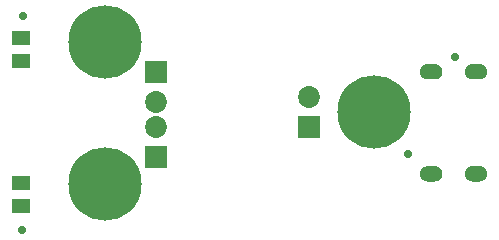
<source format=gbr>
G04*
G04 #@! TF.GenerationSoftware,Altium Limited,Altium Designer,23.0.1 (38)*
G04*
G04 Layer_Color=16711935*
%FSLAX43Y43*%
%MOMM*%
G71*
G04*
G04 #@! TF.SameCoordinates,0C8224BD-781C-42A6-9A02-31E2BED0DC02*
G04*
G04*
G04 #@! TF.FilePolarity,Negative*
G04*
G01*
G75*
%ADD23C,6.203*%
%ADD24R,1.854X1.854*%
%ADD25C,1.854*%
%ADD26C,0.711*%
%ADD36R,1.553X1.253*%
G36*
X120638Y96425D02*
X120641Y96459D01*
X120645Y96493D01*
X120651Y96526D01*
X120659Y96559D01*
X120669Y96592D01*
X120680Y96624D01*
X120693Y96655D01*
X120708Y96686D01*
X120724Y96716D01*
X120742Y96745D01*
X120761Y96773D01*
X120782Y96800D01*
X120804Y96826D01*
X120827Y96851D01*
X120852Y96874D01*
X120878Y96896D01*
X120905Y96917D01*
X120933Y96936D01*
X120962Y96954D01*
X120992Y96970D01*
X121023Y96985D01*
X121054Y96998D01*
X121086Y97009D01*
X121119Y97019D01*
X121152Y97027D01*
X121185Y97033D01*
X121219Y97037D01*
X121253Y97040D01*
X121287Y97041D01*
X121887D01*
X121921Y97040D01*
X121955Y97037D01*
X121989Y97033D01*
X122022Y97027D01*
X122055Y97019D01*
X122088Y97009D01*
X122120Y96998D01*
X122151Y96985D01*
X122182Y96970D01*
X122212Y96954D01*
X122241Y96936D01*
X122269Y96917D01*
X122296Y96896D01*
X122322Y96874D01*
X122347Y96851D01*
X122370Y96826D01*
X122392Y96800D01*
X122413Y96773D01*
X122432Y96745D01*
X122450Y96716D01*
X122466Y96686D01*
X122481Y96655D01*
X122494Y96624D01*
X122505Y96592D01*
X122515Y96559D01*
X122523Y96526D01*
X122529Y96493D01*
X122533Y96459D01*
X122536Y96425D01*
X122537Y96391D01*
X122536Y96357D01*
X122533Y96323D01*
X122529Y96289D01*
X122523Y96256D01*
X122515Y96223D01*
X122505Y96190D01*
X122494Y96158D01*
X122481Y96127D01*
X122466Y96096D01*
X122450Y96066D01*
X122432Y96037D01*
X122413Y96009D01*
X122392Y95982D01*
X122370Y95956D01*
X122347Y95931D01*
X122322Y95908D01*
X122296Y95886D01*
X122269Y95865D01*
X122241Y95846D01*
X122212Y95828D01*
X122182Y95812D01*
X122151Y95797D01*
X122120Y95784D01*
X122088Y95773D01*
X122055Y95763D01*
X122022Y95755D01*
X121989Y95749D01*
X121955Y95745D01*
X121921Y95742D01*
X121887Y95741D01*
X121287D01*
X121253Y95742D01*
X121219Y95745D01*
X121185Y95749D01*
X121152Y95755D01*
X121119Y95763D01*
X121086Y95773D01*
X121054Y95784D01*
X121023Y95797D01*
X120992Y95812D01*
X120962Y95828D01*
X120933Y95846D01*
X120905Y95865D01*
X120878Y95886D01*
X120852Y95908D01*
X120827Y95931D01*
X120804Y95956D01*
X120782Y95982D01*
X120761Y96009D01*
X120742Y96037D01*
X120724Y96066D01*
X120708Y96096D01*
X120693Y96127D01*
X120680Y96158D01*
X120669Y96190D01*
X120659Y96223D01*
X120651Y96256D01*
X120645Y96289D01*
X120641Y96323D01*
X120638Y96357D01*
X120637Y96391D01*
X120638Y96425D01*
D02*
G37*
G36*
X124438D02*
X124441Y96459D01*
X124445Y96493D01*
X124451Y96526D01*
X124459Y96559D01*
X124469Y96592D01*
X124480Y96624D01*
X124493Y96655D01*
X124508Y96686D01*
X124524Y96716D01*
X124542Y96745D01*
X124561Y96773D01*
X124582Y96800D01*
X124604Y96826D01*
X124627Y96851D01*
X124652Y96874D01*
X124678Y96896D01*
X124705Y96917D01*
X124733Y96936D01*
X124762Y96954D01*
X124792Y96970D01*
X124823Y96985D01*
X124854Y96998D01*
X124886Y97009D01*
X124919Y97019D01*
X124952Y97027D01*
X124985Y97033D01*
X125019Y97037D01*
X125053Y97040D01*
X125087Y97041D01*
X125687D01*
X125721Y97040D01*
X125755Y97037D01*
X125789Y97033D01*
X125822Y97027D01*
X125855Y97019D01*
X125888Y97009D01*
X125920Y96998D01*
X125951Y96985D01*
X125982Y96970D01*
X126012Y96954D01*
X126041Y96936D01*
X126069Y96917D01*
X126096Y96896D01*
X126122Y96874D01*
X126147Y96851D01*
X126170Y96826D01*
X126192Y96800D01*
X126213Y96773D01*
X126232Y96745D01*
X126250Y96716D01*
X126266Y96686D01*
X126281Y96655D01*
X126294Y96624D01*
X126305Y96592D01*
X126315Y96559D01*
X126323Y96526D01*
X126329Y96493D01*
X126333Y96459D01*
X126336Y96425D01*
X126337Y96391D01*
X126336Y96357D01*
X126333Y96323D01*
X126329Y96289D01*
X126323Y96256D01*
X126315Y96223D01*
X126305Y96190D01*
X126294Y96158D01*
X126281Y96127D01*
X126266Y96096D01*
X126250Y96066D01*
X126232Y96037D01*
X126213Y96009D01*
X126192Y95982D01*
X126170Y95956D01*
X126147Y95931D01*
X126122Y95908D01*
X126096Y95886D01*
X126069Y95865D01*
X126041Y95846D01*
X126012Y95828D01*
X125982Y95812D01*
X125951Y95797D01*
X125920Y95784D01*
X125888Y95773D01*
X125855Y95763D01*
X125822Y95755D01*
X125789Y95749D01*
X125755Y95745D01*
X125721Y95742D01*
X125687Y95741D01*
X125087D01*
X125053Y95742D01*
X125019Y95745D01*
X124985Y95749D01*
X124952Y95755D01*
X124919Y95763D01*
X124886Y95773D01*
X124854Y95784D01*
X124823Y95797D01*
X124792Y95812D01*
X124762Y95828D01*
X124733Y95846D01*
X124705Y95865D01*
X124678Y95886D01*
X124652Y95908D01*
X124627Y95931D01*
X124604Y95956D01*
X124582Y95982D01*
X124561Y96009D01*
X124542Y96037D01*
X124524Y96066D01*
X124508Y96096D01*
X124493Y96127D01*
X124480Y96158D01*
X124469Y96190D01*
X124459Y96223D01*
X124451Y96256D01*
X124445Y96289D01*
X124441Y96323D01*
X124438Y96357D01*
X124437Y96391D01*
X124438Y96425D01*
D02*
G37*
G36*
X120638Y105065D02*
X120641Y105099D01*
X120645Y105133D01*
X120651Y105166D01*
X120659Y105199D01*
X120669Y105232D01*
X120680Y105264D01*
X120693Y105295D01*
X120708Y105326D01*
X120724Y105356D01*
X120742Y105385D01*
X120761Y105413D01*
X120782Y105440D01*
X120804Y105466D01*
X120827Y105491D01*
X120852Y105514D01*
X120878Y105536D01*
X120905Y105557D01*
X120933Y105576D01*
X120962Y105594D01*
X120992Y105610D01*
X121023Y105625D01*
X121054Y105638D01*
X121086Y105649D01*
X121119Y105659D01*
X121152Y105667D01*
X121185Y105673D01*
X121219Y105677D01*
X121253Y105680D01*
X121287Y105681D01*
X121887D01*
X121921Y105680D01*
X121955Y105677D01*
X121989Y105673D01*
X122022Y105667D01*
X122055Y105659D01*
X122088Y105649D01*
X122120Y105638D01*
X122151Y105625D01*
X122182Y105610D01*
X122212Y105594D01*
X122241Y105576D01*
X122269Y105557D01*
X122296Y105536D01*
X122322Y105514D01*
X122347Y105491D01*
X122370Y105466D01*
X122392Y105440D01*
X122413Y105413D01*
X122432Y105385D01*
X122450Y105356D01*
X122466Y105326D01*
X122481Y105295D01*
X122494Y105264D01*
X122505Y105232D01*
X122515Y105199D01*
X122523Y105166D01*
X122529Y105133D01*
X122533Y105099D01*
X122536Y105065D01*
X122537Y105031D01*
X122536Y104997D01*
X122533Y104963D01*
X122529Y104929D01*
X122523Y104896D01*
X122515Y104863D01*
X122505Y104830D01*
X122494Y104798D01*
X122481Y104767D01*
X122466Y104736D01*
X122450Y104706D01*
X122432Y104677D01*
X122413Y104649D01*
X122392Y104622D01*
X122370Y104596D01*
X122347Y104571D01*
X122322Y104548D01*
X122296Y104526D01*
X122269Y104505D01*
X122241Y104486D01*
X122212Y104468D01*
X122182Y104452D01*
X122151Y104437D01*
X122120Y104424D01*
X122088Y104413D01*
X122055Y104403D01*
X122022Y104395D01*
X121989Y104389D01*
X121955Y104385D01*
X121921Y104382D01*
X121887Y104381D01*
X121287D01*
X121253Y104382D01*
X121219Y104385D01*
X121185Y104389D01*
X121152Y104395D01*
X121119Y104403D01*
X121086Y104413D01*
X121054Y104424D01*
X121023Y104437D01*
X120992Y104452D01*
X120962Y104468D01*
X120933Y104486D01*
X120905Y104505D01*
X120878Y104526D01*
X120852Y104548D01*
X120827Y104571D01*
X120804Y104596D01*
X120782Y104622D01*
X120761Y104649D01*
X120742Y104677D01*
X120724Y104706D01*
X120708Y104736D01*
X120693Y104767D01*
X120680Y104798D01*
X120669Y104830D01*
X120659Y104863D01*
X120651Y104896D01*
X120645Y104929D01*
X120641Y104963D01*
X120638Y104997D01*
X120637Y105031D01*
X120638Y105065D01*
D02*
G37*
G36*
X124438D02*
X124441Y105099D01*
X124445Y105133D01*
X124451Y105166D01*
X124459Y105199D01*
X124469Y105232D01*
X124480Y105264D01*
X124493Y105295D01*
X124508Y105326D01*
X124524Y105356D01*
X124542Y105385D01*
X124561Y105413D01*
X124582Y105440D01*
X124604Y105466D01*
X124627Y105491D01*
X124652Y105514D01*
X124678Y105536D01*
X124705Y105557D01*
X124733Y105576D01*
X124762Y105594D01*
X124792Y105610D01*
X124823Y105625D01*
X124854Y105638D01*
X124886Y105649D01*
X124919Y105659D01*
X124952Y105667D01*
X124985Y105673D01*
X125019Y105677D01*
X125053Y105680D01*
X125087Y105681D01*
X125687D01*
X125721Y105680D01*
X125755Y105677D01*
X125789Y105673D01*
X125822Y105667D01*
X125855Y105659D01*
X125888Y105649D01*
X125920Y105638D01*
X125951Y105625D01*
X125982Y105610D01*
X126012Y105594D01*
X126041Y105576D01*
X126069Y105557D01*
X126096Y105536D01*
X126122Y105514D01*
X126147Y105491D01*
X126170Y105466D01*
X126192Y105440D01*
X126213Y105413D01*
X126232Y105385D01*
X126250Y105356D01*
X126266Y105326D01*
X126281Y105295D01*
X126294Y105264D01*
X126305Y105232D01*
X126315Y105199D01*
X126323Y105166D01*
X126329Y105133D01*
X126333Y105099D01*
X126336Y105065D01*
X126337Y105031D01*
X126336Y104997D01*
X126333Y104963D01*
X126329Y104929D01*
X126323Y104896D01*
X126315Y104863D01*
X126305Y104830D01*
X126294Y104798D01*
X126281Y104767D01*
X126266Y104736D01*
X126250Y104706D01*
X126232Y104677D01*
X126213Y104649D01*
X126192Y104622D01*
X126170Y104596D01*
X126147Y104571D01*
X126122Y104548D01*
X126096Y104526D01*
X126069Y104505D01*
X126041Y104486D01*
X126012Y104468D01*
X125982Y104452D01*
X125951Y104437D01*
X125920Y104424D01*
X125888Y104413D01*
X125855Y104403D01*
X125822Y104395D01*
X125789Y104389D01*
X125755Y104385D01*
X125721Y104382D01*
X125687Y104381D01*
X125087D01*
X125053Y104382D01*
X125019Y104385D01*
X124985Y104389D01*
X124952Y104395D01*
X124919Y104403D01*
X124886Y104413D01*
X124854Y104424D01*
X124823Y104437D01*
X124792Y104452D01*
X124762Y104468D01*
X124733Y104486D01*
X124705Y104505D01*
X124678Y104526D01*
X124652Y104548D01*
X124627Y104571D01*
X124604Y104596D01*
X124582Y104622D01*
X124561Y104649D01*
X124542Y104677D01*
X124524Y104706D01*
X124508Y104736D01*
X124493Y104767D01*
X124480Y104798D01*
X124469Y104830D01*
X124459Y104863D01*
X124451Y104896D01*
X124445Y104929D01*
X124441Y104963D01*
X124438Y104997D01*
X124437Y105031D01*
X124438Y105065D01*
D02*
G37*
D23*
X93980Y107569D02*
D03*
X116713Y101600D02*
D03*
X93980Y95504D02*
D03*
D24*
X98298Y105029D02*
D03*
X111252Y100330D02*
D03*
X98298Y97790D02*
D03*
D25*
Y102489D02*
D03*
X111252Y102870D02*
D03*
X98298Y100330D02*
D03*
D26*
X86987Y91631D02*
D03*
X119634Y98044D02*
D03*
X123571Y106299D02*
D03*
X86995Y109728D02*
D03*
D36*
X86868Y105959D02*
D03*
Y107909D02*
D03*
Y95590D02*
D03*
Y93640D02*
D03*
M02*

</source>
